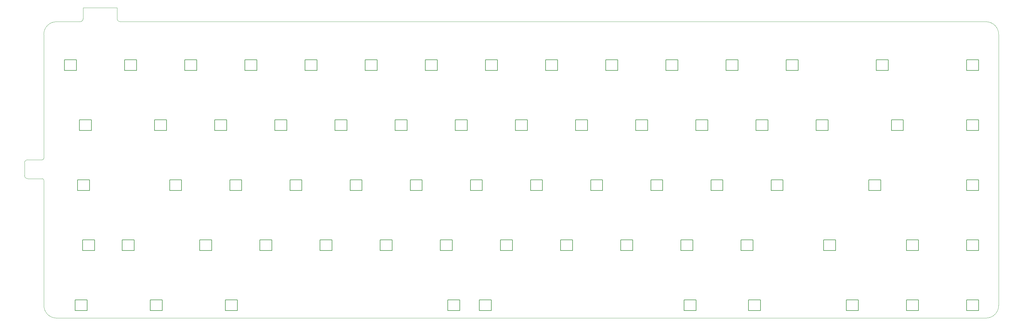
<source format=gm1>
G04 #@! TF.GenerationSoftware,KiCad,Pcbnew,(5.1.5)-3*
G04 #@! TF.CreationDate,2021-03-03T02:22:02+07:00*
G04 #@! TF.ProjectId,EV65,45563635-2e6b-4696-9361-645f70636258,rev?*
G04 #@! TF.SameCoordinates,Original*
G04 #@! TF.FileFunction,Profile,NP*
%FSLAX46Y46*%
G04 Gerber Fmt 4.6, Leading zero omitted, Abs format (unit mm)*
G04 Created by KiCad (PCBNEW (5.1.5)-3) date 2021-03-03 02:22:02*
%MOMM*%
%LPD*%
G04 APERTURE LIST*
%ADD10C,0.100000*%
%ADD11C,0.150000*%
G04 APERTURE END LIST*
D10*
X57720301Y-49713999D02*
X331925301Y-49714001D01*
X37523813Y-143765485D02*
X331925300Y-143763999D01*
X37523813Y-143765485D02*
G75*
G02X33523814Y-139765486I0J3999999D01*
G01*
X331925301Y-49714001D02*
G75*
G02X335925300Y-53714000I0J-3999999D01*
G01*
X56720300Y-45313999D02*
X56720301Y-48713999D01*
X37491724Y-49713998D02*
X44955299Y-49714000D01*
X33002600Y-99522800D02*
X28384500Y-99522800D01*
X33002600Y-99522800D02*
G75*
G02X33502600Y-100022800I0J-500000D01*
G01*
X33502600Y-93022800D02*
G75*
G02X33002600Y-93522800I-500000J0D01*
G01*
X28384500Y-99522800D02*
G75*
G02X27384500Y-98522800I0J1000000D01*
G01*
X27384500Y-94522800D02*
G75*
G02X28384500Y-93522800I1000000J0D01*
G01*
X33502600Y-100022800D02*
X33523814Y-139765486D01*
X27384500Y-98522800D02*
X27384500Y-94522800D01*
X28384500Y-93522800D02*
X33002600Y-93522800D01*
X335925299Y-139764000D02*
G75*
G02X331925300Y-143763999I-3999999J0D01*
G01*
X45955298Y-48713999D02*
G75*
G02X44955299Y-49714000I-1000000J-1D01*
G01*
X45955300Y-45313999D02*
X45955298Y-48713999D01*
X33491723Y-53713997D02*
G75*
G02X37491724Y-49713998I4000000J-1D01*
G01*
X57720301Y-49713999D02*
G75*
G02X56720301Y-48713999I0J1000000D01*
G01*
X56720300Y-45313999D02*
X45955300Y-45313999D01*
X335925298Y-139764000D02*
X335925300Y-53714000D01*
X33491723Y-53715485D02*
X33502600Y-93022800D01*
D11*
X48572500Y-80850000D02*
X48572500Y-84250000D01*
X44772500Y-84250000D02*
X48572500Y-84250000D01*
X44772500Y-80850000D02*
X44772500Y-84250000D01*
X44772500Y-80850000D02*
X48572500Y-80850000D01*
X329560000Y-138000000D02*
X329560000Y-141400000D01*
X325760000Y-141400000D02*
X329560000Y-141400000D01*
X325760000Y-138000000D02*
X325760000Y-141400000D01*
X325760000Y-138000000D02*
X329560000Y-138000000D01*
X310510000Y-138000000D02*
X310510000Y-141400000D01*
X306710000Y-141400000D02*
X310510000Y-141400000D01*
X306710000Y-138000000D02*
X306710000Y-141400000D01*
X306710000Y-138000000D02*
X310510000Y-138000000D01*
X291460000Y-138000000D02*
X291460000Y-141400000D01*
X287660000Y-141400000D02*
X291460000Y-141400000D01*
X287660000Y-138000000D02*
X287660000Y-141400000D01*
X287660000Y-138000000D02*
X291460000Y-138000000D01*
X260503750Y-138000000D02*
X260503750Y-141400000D01*
X256703750Y-141400000D02*
X260503750Y-141400000D01*
X256703750Y-138000000D02*
X256703750Y-141400000D01*
X256703750Y-138000000D02*
X260503750Y-138000000D01*
X236253750Y-138000000D02*
X240053750Y-138000000D01*
X236253750Y-138000000D02*
X236253750Y-141400000D01*
X236253750Y-141400000D02*
X240053750Y-141400000D01*
X240053750Y-138000000D02*
X240053750Y-141400000D01*
X175253750Y-138000000D02*
X175253750Y-141400000D01*
X171453750Y-141400000D02*
X175253750Y-141400000D01*
X171453750Y-138000000D02*
X171453750Y-141400000D01*
X171453750Y-138000000D02*
X175253750Y-138000000D01*
X165253750Y-138000000D02*
X165253750Y-141400000D01*
X161453750Y-141400000D02*
X165253750Y-141400000D01*
X161453750Y-138000000D02*
X161453750Y-141400000D01*
X161453750Y-138000000D02*
X165253750Y-138000000D01*
X94816250Y-138000000D02*
X94816250Y-141400000D01*
X91016250Y-141400000D02*
X94816250Y-141400000D01*
X91016250Y-138000000D02*
X91016250Y-141400000D01*
X91016250Y-138000000D02*
X94816250Y-138000000D01*
X71003750Y-138000000D02*
X71003750Y-141400000D01*
X67203750Y-141400000D02*
X71003750Y-141400000D01*
X67203750Y-138000000D02*
X67203750Y-141400000D01*
X67203750Y-138000000D02*
X71003750Y-138000000D01*
X47191250Y-138000000D02*
X47191250Y-141400000D01*
X43391250Y-141400000D02*
X47191250Y-141400000D01*
X43391250Y-138000000D02*
X43391250Y-141400000D01*
X43391250Y-138000000D02*
X47191250Y-138000000D01*
X49572500Y-118950000D02*
X49572500Y-122350000D01*
X45772500Y-122350000D02*
X49572500Y-122350000D01*
X45772500Y-118950000D02*
X45772500Y-122350000D01*
X45772500Y-118950000D02*
X49572500Y-118950000D01*
X62097500Y-118950000D02*
X62097500Y-122350000D01*
X58297500Y-122350000D02*
X62097500Y-122350000D01*
X58297500Y-118950000D02*
X58297500Y-122350000D01*
X58297500Y-118950000D02*
X62097500Y-118950000D01*
X86672500Y-118950000D02*
X86672500Y-122350000D01*
X82872500Y-122350000D02*
X86672500Y-122350000D01*
X82872500Y-118950000D02*
X82872500Y-122350000D01*
X82872500Y-118950000D02*
X86672500Y-118950000D01*
X105722500Y-118950000D02*
X105722500Y-122350000D01*
X101922500Y-122350000D02*
X105722500Y-122350000D01*
X101922500Y-118950000D02*
X101922500Y-122350000D01*
X101922500Y-118950000D02*
X105722500Y-118950000D01*
X120972500Y-118950000D02*
X124772500Y-118950000D01*
X120972500Y-118950000D02*
X120972500Y-122350000D01*
X120972500Y-122350000D02*
X124772500Y-122350000D01*
X124772500Y-118950000D02*
X124772500Y-122350000D01*
X143822500Y-118950000D02*
X143822500Y-122350000D01*
X140022500Y-122350000D02*
X143822500Y-122350000D01*
X140022500Y-118950000D02*
X140022500Y-122350000D01*
X140022500Y-118950000D02*
X143822500Y-118950000D01*
X162872500Y-118950000D02*
X162872500Y-122350000D01*
X159072500Y-122350000D02*
X162872500Y-122350000D01*
X159072500Y-118950000D02*
X159072500Y-122350000D01*
X159072500Y-118950000D02*
X162872500Y-118950000D01*
X181922500Y-118950000D02*
X181922500Y-122350000D01*
X178122500Y-122350000D02*
X181922500Y-122350000D01*
X178122500Y-118950000D02*
X178122500Y-122350000D01*
X178122500Y-118950000D02*
X181922500Y-118950000D01*
X200972500Y-118950000D02*
X200972500Y-122350000D01*
X197172500Y-122350000D02*
X200972500Y-122350000D01*
X197172500Y-118950000D02*
X197172500Y-122350000D01*
X197172500Y-118950000D02*
X200972500Y-118950000D01*
X220022500Y-118950000D02*
X220022500Y-122350000D01*
X216222500Y-122350000D02*
X220022500Y-122350000D01*
X216222500Y-118950000D02*
X216222500Y-122350000D01*
X216222500Y-118950000D02*
X220022500Y-118950000D01*
X239072500Y-118950000D02*
X239072500Y-122350000D01*
X235272500Y-122350000D02*
X239072500Y-122350000D01*
X235272500Y-118950000D02*
X235272500Y-122350000D01*
X235272500Y-118950000D02*
X239072500Y-118950000D01*
X258122500Y-118950000D02*
X258122500Y-122350000D01*
X254322500Y-122350000D02*
X258122500Y-122350000D01*
X254322500Y-118950000D02*
X254322500Y-122350000D01*
X254322500Y-118950000D02*
X258122500Y-118950000D01*
X284316250Y-118950000D02*
X284316250Y-122350000D01*
X280516250Y-122350000D02*
X284316250Y-122350000D01*
X280516250Y-118950000D02*
X280516250Y-122350000D01*
X280516250Y-118950000D02*
X284316250Y-118950000D01*
X310510000Y-118950000D02*
X310510000Y-122350000D01*
X306710000Y-122350000D02*
X310510000Y-122350000D01*
X306710000Y-118950000D02*
X306710000Y-122350000D01*
X306710000Y-118950000D02*
X310510000Y-118950000D01*
X329560000Y-118950000D02*
X329560000Y-122350000D01*
X325760000Y-122350000D02*
X329560000Y-122350000D01*
X325760000Y-118950000D02*
X325760000Y-122350000D01*
X325760000Y-118950000D02*
X329560000Y-118950000D01*
X329560000Y-99900000D02*
X329560000Y-103300000D01*
X325760000Y-103300000D02*
X329560000Y-103300000D01*
X325760000Y-99900000D02*
X325760000Y-103300000D01*
X325760000Y-99900000D02*
X329560000Y-99900000D01*
X298603750Y-99900000D02*
X298603750Y-103300000D01*
X294803750Y-103300000D02*
X298603750Y-103300000D01*
X294803750Y-99900000D02*
X294803750Y-103300000D01*
X294803750Y-99900000D02*
X298603750Y-99900000D01*
X267647500Y-99900000D02*
X267647500Y-103300000D01*
X263847500Y-103300000D02*
X267647500Y-103300000D01*
X263847500Y-99900000D02*
X263847500Y-103300000D01*
X263847500Y-99900000D02*
X267647500Y-99900000D01*
X248597500Y-99900000D02*
X248597500Y-103300000D01*
X244797500Y-103300000D02*
X248597500Y-103300000D01*
X244797500Y-99900000D02*
X244797500Y-103300000D01*
X244797500Y-99900000D02*
X248597500Y-99900000D01*
X229547500Y-99900000D02*
X229547500Y-103300000D01*
X225747500Y-103300000D02*
X229547500Y-103300000D01*
X225747500Y-99900000D02*
X225747500Y-103300000D01*
X225747500Y-99900000D02*
X229547500Y-99900000D01*
X210497500Y-99900000D02*
X210497500Y-103300000D01*
X206697500Y-103300000D02*
X210497500Y-103300000D01*
X206697500Y-99900000D02*
X206697500Y-103300000D01*
X206697500Y-99900000D02*
X210497500Y-99900000D01*
X191447500Y-99900000D02*
X191447500Y-103300000D01*
X187647500Y-103300000D02*
X191447500Y-103300000D01*
X187647500Y-99900000D02*
X187647500Y-103300000D01*
X187647500Y-99900000D02*
X191447500Y-99900000D01*
X172397500Y-99900000D02*
X172397500Y-103300000D01*
X168597500Y-103300000D02*
X172397500Y-103300000D01*
X168597500Y-99900000D02*
X168597500Y-103300000D01*
X168597500Y-99900000D02*
X172397500Y-99900000D01*
X153347500Y-99900000D02*
X153347500Y-103300000D01*
X149547500Y-103300000D02*
X153347500Y-103300000D01*
X149547500Y-99900000D02*
X149547500Y-103300000D01*
X149547500Y-99900000D02*
X153347500Y-99900000D01*
X134297500Y-99900000D02*
X134297500Y-103300000D01*
X130497500Y-103300000D02*
X134297500Y-103300000D01*
X130497500Y-99900000D02*
X130497500Y-103300000D01*
X130497500Y-99900000D02*
X134297500Y-99900000D01*
X115247500Y-99900000D02*
X115247500Y-103300000D01*
X111447500Y-103300000D02*
X115247500Y-103300000D01*
X111447500Y-99900000D02*
X111447500Y-103300000D01*
X111447500Y-99900000D02*
X115247500Y-99900000D01*
X96197500Y-99900000D02*
X96197500Y-103300000D01*
X92397500Y-103300000D02*
X96197500Y-103300000D01*
X92397500Y-99900000D02*
X92397500Y-103300000D01*
X92397500Y-99900000D02*
X96197500Y-99900000D01*
X77147500Y-99900000D02*
X77147500Y-103300000D01*
X73347500Y-103300000D02*
X77147500Y-103300000D01*
X73347500Y-99900000D02*
X73347500Y-103300000D01*
X73347500Y-99900000D02*
X77147500Y-99900000D01*
X44153750Y-99900000D02*
X47953750Y-99900000D01*
X44153750Y-99900000D02*
X44153750Y-103300000D01*
X44153750Y-103300000D02*
X47953750Y-103300000D01*
X47953750Y-99900000D02*
X47953750Y-103300000D01*
X72385000Y-80850000D02*
X72385000Y-84250000D01*
X68585000Y-84250000D02*
X72385000Y-84250000D01*
X68585000Y-80850000D02*
X68585000Y-84250000D01*
X68585000Y-80850000D02*
X72385000Y-80850000D01*
X91435000Y-80850000D02*
X91435000Y-84250000D01*
X87635000Y-84250000D02*
X91435000Y-84250000D01*
X87635000Y-80850000D02*
X87635000Y-84250000D01*
X87635000Y-80850000D02*
X91435000Y-80850000D01*
X110485000Y-80850000D02*
X110485000Y-84250000D01*
X106685000Y-84250000D02*
X110485000Y-84250000D01*
X106685000Y-80850000D02*
X106685000Y-84250000D01*
X106685000Y-80850000D02*
X110485000Y-80850000D01*
X129535000Y-80850000D02*
X129535000Y-84250000D01*
X125735000Y-84250000D02*
X129535000Y-84250000D01*
X125735000Y-80850000D02*
X125735000Y-84250000D01*
X125735000Y-80850000D02*
X129535000Y-80850000D01*
X148585000Y-80850000D02*
X148585000Y-84250000D01*
X144785000Y-84250000D02*
X148585000Y-84250000D01*
X144785000Y-80850000D02*
X144785000Y-84250000D01*
X144785000Y-80850000D02*
X148585000Y-80850000D01*
X167635000Y-80850000D02*
X167635000Y-84250000D01*
X163835000Y-84250000D02*
X167635000Y-84250000D01*
X163835000Y-80850000D02*
X163835000Y-84250000D01*
X163835000Y-80850000D02*
X167635000Y-80850000D01*
X186685000Y-80850000D02*
X186685000Y-84250000D01*
X182885000Y-84250000D02*
X186685000Y-84250000D01*
X182885000Y-80850000D02*
X182885000Y-84250000D01*
X182885000Y-80850000D02*
X186685000Y-80850000D01*
X205735000Y-80850000D02*
X205735000Y-84250000D01*
X201935000Y-84250000D02*
X205735000Y-84250000D01*
X201935000Y-80850000D02*
X201935000Y-84250000D01*
X201935000Y-80850000D02*
X205735000Y-80850000D01*
X224785000Y-80850000D02*
X224785000Y-84250000D01*
X220985000Y-84250000D02*
X224785000Y-84250000D01*
X220985000Y-80850000D02*
X220985000Y-84250000D01*
X220985000Y-80850000D02*
X224785000Y-80850000D01*
X243835000Y-80850000D02*
X243835000Y-84250000D01*
X240035000Y-84250000D02*
X243835000Y-84250000D01*
X240035000Y-80850000D02*
X240035000Y-84250000D01*
X240035000Y-80850000D02*
X243835000Y-80850000D01*
X262885000Y-80850000D02*
X262885000Y-84250000D01*
X259085000Y-84250000D02*
X262885000Y-84250000D01*
X259085000Y-80850000D02*
X259085000Y-84250000D01*
X259085000Y-80850000D02*
X262885000Y-80850000D01*
X281935000Y-80850000D02*
X281935000Y-84250000D01*
X278135000Y-84250000D02*
X281935000Y-84250000D01*
X278135000Y-80850000D02*
X278135000Y-84250000D01*
X278135000Y-80850000D02*
X281935000Y-80850000D01*
X305747500Y-80850000D02*
X305747500Y-84250000D01*
X301947500Y-84250000D02*
X305747500Y-84250000D01*
X301947500Y-80850000D02*
X301947500Y-84250000D01*
X301947500Y-80850000D02*
X305747500Y-80850000D01*
X329560000Y-80850000D02*
X329560000Y-84250000D01*
X325760000Y-84250000D02*
X329560000Y-84250000D01*
X325760000Y-80850000D02*
X325760000Y-84250000D01*
X325760000Y-80850000D02*
X329560000Y-80850000D01*
X329560000Y-61800000D02*
X329560000Y-65200000D01*
X325760000Y-65200000D02*
X329560000Y-65200000D01*
X325760000Y-61800000D02*
X325760000Y-65200000D01*
X325760000Y-61800000D02*
X329560000Y-61800000D01*
X300985000Y-61800000D02*
X300985000Y-65200000D01*
X297185000Y-65200000D02*
X300985000Y-65200000D01*
X297185000Y-61800000D02*
X297185000Y-65200000D01*
X297185000Y-61800000D02*
X300985000Y-61800000D01*
X272410000Y-61800000D02*
X272410000Y-65200000D01*
X268610000Y-65200000D02*
X272410000Y-65200000D01*
X268610000Y-61800000D02*
X268610000Y-65200000D01*
X268610000Y-61800000D02*
X272410000Y-61800000D01*
X234310000Y-61800000D02*
X234310000Y-65200000D01*
X230510000Y-65200000D02*
X234310000Y-65200000D01*
X230510000Y-61800000D02*
X230510000Y-65200000D01*
X230510000Y-61800000D02*
X234310000Y-61800000D01*
X215260000Y-61800000D02*
X215260000Y-65200000D01*
X211460000Y-65200000D02*
X215260000Y-65200000D01*
X211460000Y-61800000D02*
X211460000Y-65200000D01*
X211460000Y-61800000D02*
X215260000Y-61800000D01*
X196210000Y-61800000D02*
X196210000Y-65200000D01*
X192410000Y-65200000D02*
X196210000Y-65200000D01*
X192410000Y-61800000D02*
X192410000Y-65200000D01*
X192410000Y-61800000D02*
X196210000Y-61800000D01*
X158110000Y-61800000D02*
X158110000Y-65200000D01*
X154310000Y-65200000D02*
X158110000Y-65200000D01*
X154310000Y-61800000D02*
X154310000Y-65200000D01*
X154310000Y-61800000D02*
X158110000Y-61800000D01*
X139060000Y-61800000D02*
X139060000Y-65200000D01*
X135260000Y-65200000D02*
X139060000Y-65200000D01*
X135260000Y-61800000D02*
X135260000Y-65200000D01*
X135260000Y-61800000D02*
X139060000Y-61800000D01*
X120010000Y-61800000D02*
X120010000Y-65200000D01*
X116210000Y-65200000D02*
X120010000Y-65200000D01*
X116210000Y-61800000D02*
X116210000Y-65200000D01*
X116210000Y-61800000D02*
X120010000Y-61800000D01*
X81910000Y-61800000D02*
X81910000Y-65200000D01*
X78110000Y-65200000D02*
X81910000Y-65200000D01*
X78110000Y-61800000D02*
X78110000Y-65200000D01*
X78110000Y-61800000D02*
X81910000Y-61800000D01*
X253360000Y-61800000D02*
X253360000Y-65200000D01*
X249560000Y-65200000D02*
X253360000Y-65200000D01*
X249560000Y-61800000D02*
X249560000Y-65200000D01*
X249560000Y-61800000D02*
X253360000Y-61800000D01*
X177160000Y-61800000D02*
X177160000Y-65200000D01*
X173360000Y-65200000D02*
X177160000Y-65200000D01*
X173360000Y-61800000D02*
X173360000Y-65200000D01*
X173360000Y-61800000D02*
X177160000Y-61800000D01*
X100960000Y-61800000D02*
X100960000Y-65200000D01*
X97160000Y-65200000D02*
X100960000Y-65200000D01*
X97160000Y-61800000D02*
X97160000Y-65200000D01*
X97160000Y-61800000D02*
X100960000Y-61800000D01*
X62860000Y-61800000D02*
X62860000Y-65200000D01*
X59060000Y-65200000D02*
X62860000Y-65200000D01*
X59060000Y-61800000D02*
X59060000Y-65200000D01*
X59060000Y-61800000D02*
X62860000Y-61800000D01*
X43810000Y-61800000D02*
X43810000Y-65200000D01*
X40010000Y-65200000D02*
X43810000Y-65200000D01*
X40010000Y-61800000D02*
X40010000Y-65200000D01*
X40010000Y-61800000D02*
X43810000Y-61800000D01*
M02*

</source>
